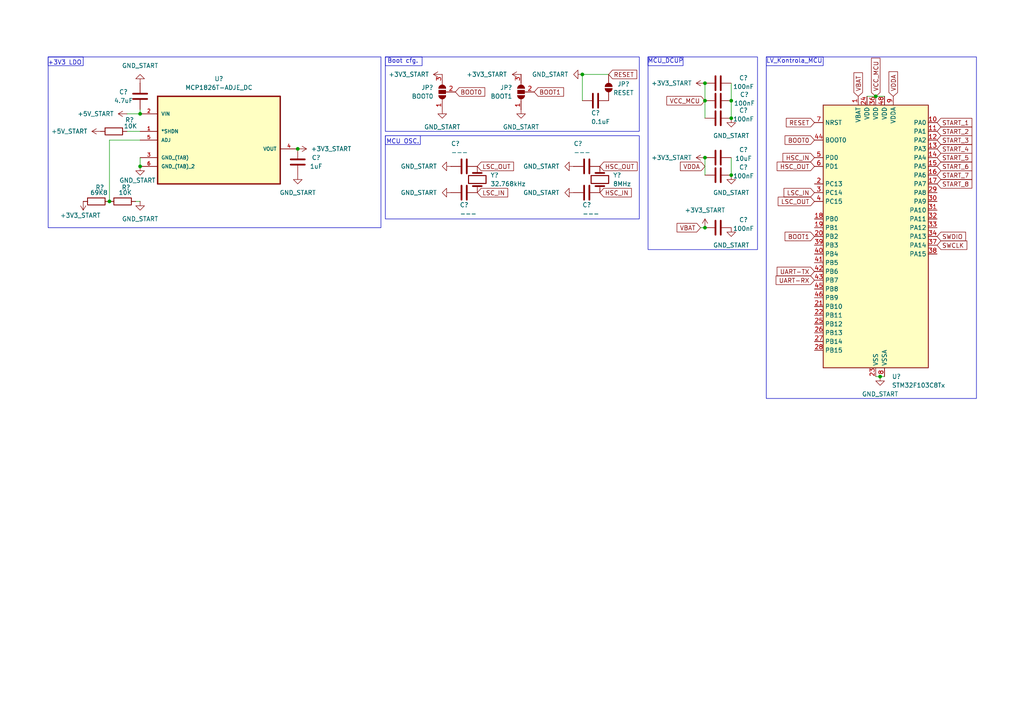
<source format=kicad_sch>
(kicad_sch (version 20250114) (generator "eeschema") (generator_version "9.0")
  (paper "A4")
  (title_block (title "LV_Kontrola_Main") (rev "1.00A") (company "\"Black Hornets\" Formula Student team") (comment 1 "Authors: Dusan Novkovic; Nikola Popovic") (comment 2 "Subteam: Low Voltage team"))
  (lib_symbols
    (symbol "Device:C" (pin_numbers (hide yes)) (pin_names (offset 0.254))
      (property "Reference" "C" (at 0.635 2.54 0))
      (property "Value" "C" (at 0.635 -2.54 0))
      (symbol "C_0_1"
        (polyline (pts (xy -2.032 0.762) (xy 2.032 0.762)) (stroke (width 0.508)))
        (polyline (pts (xy -2.032 -0.762) (xy 2.032 -0.762)) (stroke (width 0.508)))
      )
      (symbol "C_1_1"
        (pin passive line (at 0 3.81 270) (length 2.794) (name "~") (number "1"))
        (pin passive line (at 0 -3.81 90) (length 2.794) (name "~") (number "2"))
      )
    )
    (symbol "Device:Crystal" (pin_numbers (hide yes)) (pin_names (offset 1.016) (hide yes))
      (property "Reference" "Y" (at 0 3.81 0))
      (property "Value" "Crystal" (at 0 -3.81 0))
      (symbol "Crystal_0_1"
        (polyline (pts (xy -2.54 0) (xy -1.905 0)))
        (polyline (pts (xy -1.905 -1.27) (xy -1.905 1.27)) (stroke (width 0.508)))
        (rectangle (start -1.143 2.54) (end 1.143 -2.54) (stroke (width 0.3048)))
        (polyline (pts (xy 1.905 -1.27) (xy 1.905 1.27)) (stroke (width 0.508)))
        (polyline (pts (xy 2.54 0) (xy 1.905 0)))
      )
      (symbol "Crystal_1_1"
        (pin passive line (at -3.81 0 0) (length 1.27) (name "1") (number "1"))
        (pin passive line (at 3.81 0 180) (length 1.27) (name "2") (number "2"))
      )
    )
    (symbol "Device:R" (pin_numbers (hide yes)) (pin_names (offset 0))
      (property "Reference" "R" (at 2.032 0 90))
      (property "Value" "R" (at 0 0 90))
      (symbol "R_0_1"
        (rectangle (start -1.016 -2.54) (end 1.016 2.54) (stroke (width 0.254)))
      )
      (symbol "R_1_1"
        (pin passive line (at 0 3.81 270) (length 1.27) (name "~") (number "1"))
        (pin passive line (at 0 -3.81 90) (length 1.27) (name "~") (number "2"))
      )
    )
    (symbol "Jumper:SolderJumper_2_Open" (pin_numbers (hide yes)) (pin_names (offset 0) (hide yes)) (in_bom no)
      (property "Reference" "JP" (at 0 2.032 0))
      (property "Value" "SolderJumper_2_Open" (at 0 -2.54 0))
      (symbol "SolderJumper_2_Open_0_1"
        (polyline (pts (xy -0.254 1.016) (xy -0.254 -1.016)))
        (arc (start -0.254 -1.016) (mid -1.2656 0) (end -0.254 1.016))
        (arc (start -0.254 -1.016) (mid -1.2656 0) (end -0.254 1.016) (fill (type outline)))
        (arc (start 0.254 1.016) (mid 1.2656 0) (end 0.254 -1.016))
        (arc (start 0.254 1.016) (mid 1.2656 0) (end 0.254 -1.016) (fill (type outline)))
        (polyline (pts (xy 0.254 1.016) (xy 0.254 -1.016)))
      )
      (symbol "SolderJumper_2_Open_1_1"
        (pin passive line (at -3.81 0 0) (length 2.54) (name "A") (number "1"))
        (pin passive line (at 3.81 0 180) (length 2.54) (name "B") (number "2"))
      )
    )
    (symbol "Jumper:SolderJumper_3_Open" (pin_names (offset 0) (hide yes)) (in_bom no)
      (property "Reference" "JP" (at -2.54 -2.54 0))
      (property "Value" "SolderJumper_3_Open" (at 0 2.794 0))
      (symbol "SolderJumper_3_Open_0_1"
        (polyline (pts (xy -2.54 0) (xy -2.032 0)))
        (polyline (pts (xy -1.016 1.016) (xy -1.016 -1.016)))
        (arc (start -1.016 -1.016) (mid -2.0276 0) (end -1.016 1.016))
        (arc (start -1.016 -1.016) (mid -2.0276 0) (end -1.016 1.016) (fill (type outline)))
        (rectangle (start -0.508 1.016) (end 0.508 -1.016) (fill (type outline)))
        (polyline (pts (xy 0 -1.27) (xy 0 -1.016)))
        (arc (start 1.016 1.016) (mid 2.0276 0) (end 1.016 -1.016))
        (arc (start 1.016 1.016) (mid 2.0276 0) (end 1.016 -1.016) (fill (type outline)))
        (polyline (pts (xy 1.016 1.016) (xy 1.016 -1.016)))
        (polyline (pts (xy 2.54 0) (xy 2.032 0)))
      )
      (symbol "SolderJumper_3_Open_1_1"
        (pin passive line (at -5.08 0 0) (length 2.54) (name "A") (number "1"))
        (pin passive line (at 0 -3.81 90) (length 2.54) (name "C") (number "2"))
        (pin passive line (at 5.08 0 180) (length 2.54) (name "B") (number "3"))
      )
    )
    (symbol "MCP1826T-ADJE_DC:MCP1826T-ADJE_DC" (pin_names (offset 1.016))
      (property "Reference" "U" (at -4.7244 11.2776 0))
      (property "Value" "MCP1826T-ADJE_DC" (at -6.6802 -17.7292 0))
      (symbol "MCP1826T-ADJE_DC_0_0"
        (rectangle (start -17.78 -15.24) (end 17.78 10.16) (stroke (width 0.4064)) (fill (type background)))
        (pin input line (at -22.86 5.08 0) (length 5.08) (name "VIN") (number "2"))
        (pin input line (at -22.86 0 0) (length 5.08) (name "*SHDN") (number "1"))
        (pin input line (at -22.86 -2.54 0) (length 5.08) (name "ADJ") (number "5"))
        (pin passive line (at -22.86 -7.62 0) (length 5.08) (name "GND_(TAB)") (number "3"))
        (pin passive line (at -22.86 -10.16 0) (length 5.08) (name "GND_(TAB)_2") (number "6"))
        (pin output line (at 22.86 -5.08 180) (length 5.08) (name "VOUT") (number "4"))
      )
    )
    (symbol "MCU_ST_STM32F1:STM32F103C8Tx"
      (property "Reference" "U" (at -15.24 39.37 0))
      (property "Value" "STM32F103C8Tx" (at 7.62 39.37 0))
      (symbol "STM32F103C8Tx_0_1"
        (rectangle (start -15.24 -38.1) (end 15.24 38.1) (stroke (width 0.254)) (fill (type background)))
      )
      (symbol "STM32F103C8Tx_1_1"
        (pin input line (at -17.78 33.02 0) (length 2.54) (name "NRST") (number "7"))
        (pin input line (at -17.78 27.94 0) (length 2.54) (name "BOOT0") (number "44"))
        (pin bidirectional line (at -17.78 22.86 0) (length 2.54) (name "PD0") (number "5"))
        (pin bidirectional line (at -17.78 20.32 0) (length 2.54) (name "PD1") (number "6"))
        (pin bidirectional line (at -17.78 15.24 0) (length 2.54) (name "PC13") (number "2"))
        (pin bidirectional line (at -17.78 12.7 0) (length 2.54) (name "PC14") (number "3"))
        (pin bidirectional line (at -17.78 10.16 0) (length 2.54) (name "PC15") (number "4"))
        (pin bidirectional line (at -17.78 5.08 0) (length 2.54) (name "PB0") (number "18"))
        (pin bidirectional line (at -17.78 2.54 0) (length 2.54) (name "PB1") (number "19"))
        (pin bidirectional line (at -17.78 0 0) (length 2.54) (name "PB2") (number "20"))
        (pin bidirectional line (at -17.78 -2.54 0) (length 2.54) (name "PB3") (number "39"))
        (pin bidirectional line (at -17.78 -5.08 0) (length 2.54) (name "PB4") (number "40"))
        (pin bidirectional line (at -17.78 -7.62 0) (length 2.54) (name "PB5") (number "41"))
        (pin bidirectional line (at -17.78 -10.16 0) (length 2.54) (name "PB6") (number "42"))
        (pin bidirectional line (at -17.78 -12.7 0) (length 2.54) (name "PB7") (number "43"))
        (pin bidirectional line (at -17.78 -15.24 0) (length 2.54) (name "PB8") (number "45"))
        (pin bidirectional line (at -17.78 -17.78 0) (length 2.54) (name "PB9") (number "46"))
        (pin bidirectional line (at -17.78 -20.32 0) (length 2.54) (name "PB10") (number "21"))
        (pin bidirectional line (at -17.78 -22.86 0) (length 2.54) (name "PB11") (number "22"))
        (pin bidirectional line (at -17.78 -25.4 0) (length 2.54) (name "PB12") (number "25"))
        (pin bidirectional line (at -17.78 -27.94 0) (length 2.54) (name "PB13") (number "26"))
        (pin bidirectional line (at -17.78 -30.48 0) (length 2.54) (name "PB14") (number "27"))
        (pin bidirectional line (at -17.78 -33.02 0) (length 2.54) (name "PB15") (number "28"))
        (pin power_in line (at -5.08 40.64 270) (length 2.54) (name "VBAT") (number "1"))
        (pin power_in line (at -2.54 40.64 270) (length 2.54) (name "VDD") (number "24"))
        (pin power_in line (at 0 40.64 270) (length 2.54) (name "VDD") (number "36"))
        (pin power_in line (at 0 -40.64 90) (length 2.54) (name "VSS") (number "23"))
        (pin passive line (at 0 -40.64 90) (length 2.54) (hide yes) (name "VSS") (number "35"))
        (pin passive line (at 0 -40.64 90) (length 2.54) (hide yes) (name "VSS") (number "47"))
        (pin power_in line (at 2.54 40.64 270) (length 2.54) (name "VDD") (number "48"))
        (pin power_in line (at 2.54 -40.64 90) (length 2.54) (name "VSSA") (number "8"))
        (pin power_in line (at 5.08 40.64 270) (length 2.54) (name "VDDA") (number "9"))
        (pin bidirectional line (at 17.78 33.02 180) (length 2.54) (name "PA0") (number "10"))
        (pin bidirectional line (at 17.78 30.48 180) (length 2.54) (name "PA1") (number "11"))
        (pin bidirectional line (at 17.78 27.94 180) (length 2.54) (name "PA2") (number "12"))
        (pin bidirectional line (at 17.78 25.4 180) (length 2.54) (name "PA3") (number "13"))
        (pin bidirectional line (at 17.78 22.86 180) (length 2.54) (name "PA4") (number "14"))
        (pin bidirectional line (at 17.78 20.32 180) (length 2.54) (name "PA5") (number "15"))
        (pin bidirectional line (at 17.78 17.78 180) (length 2.54) (name "PA6") (number "16"))
        (pin bidirectional line (at 17.78 15.24 180) (length 2.54) (name "PA7") (number "17"))
        (pin bidirectional line (at 17.78 12.7 180) (length 2.54) (name "PA8") (number "29"))
        (pin bidirectional line (at 17.78 10.16 180) (length 2.54) (name "PA9") (number "30"))
        (pin bidirectional line (at 17.78 7.62 180) (length 2.54) (name "PA10") (number "31"))
        (pin bidirectional line (at 17.78 5.08 180) (length 2.54) (name "PA11") (number "32"))
        (pin bidirectional line (at 17.78 2.54 180) (length 2.54) (name "PA12") (number "33"))
        (pin bidirectional line (at 17.78 0 180) (length 2.54) (name "PA13") (number "34"))
        (pin bidirectional line (at 17.78 -2.54 180) (length 2.54) (name "PA14") (number "37"))
        (pin bidirectional line (at 17.78 -5.08 180) (length 2.54) (name "PA15") (number "38"))
      )
    )
    (symbol "power:+3V3" (power) (pin_numbers (hide yes)) (pin_names (offset 0) (hide yes))
      (property "Value" "+3V3" (at 0 3.556 0))
      (symbol "+3V3_0_1"
        (polyline (pts (xy -0.762 1.27) (xy 0 2.54)))
        (polyline (pts (xy 0 2.54) (xy 0.762 1.27)))
        (polyline (pts (xy 0 0) (xy 0 2.54)))
      )
      (symbol "+3V3_1_1"
        (pin power_in line (at 0 0 90) (length 0) (name "~") (number "1"))
      )
    )
    (symbol "power:+5V" (power) (pin_numbers (hide yes)) (pin_names (offset 0) (hide yes))
      (property "Value" "+5V" (at 0 3.556 0))
      (symbol "+5V_0_1"
        (polyline (pts (xy -0.762 1.27) (xy 0 2.54)))
        (polyline (pts (xy 0 2.54) (xy 0.762 1.27)))
        (polyline (pts (xy 0 0) (xy 0 2.54)))
      )
      (symbol "+5V_1_1"
        (pin power_in line (at 0 0 90) (length 0) (name "~") (number "1"))
      )
    )
    (symbol "power:GND" (power) (pin_numbers (hide yes)) (pin_names (offset 0) (hide yes))
      (property "Value" "GND" (at 0 -3.81 0))
      (symbol "GND_0_1"
        (polyline (pts (xy 0 0) (xy 0 -1.27) (xy 1.27 -1.27) (xy 0 -2.54) (xy -1.27 -1.27) (xy 0 -1.27)))
      )
      (symbol "GND_1_1"
        (pin power_in line (at 0 0 270) (length 0) (name "~") (number "1"))
      )
    )
  )
  (rectangle (start 111.76 39.37) (end 185.42 63.5))
  (rectangle (start 222.25 16.51) (end 283.21 115.57))
  (rectangle (start 13.97 16.51) (end 24.13 19.05))
  (rectangle (start 222.25 16.51) (end 238.76 19.05))
  (rectangle (start 187.96 16.51) (end 198.12 19.05))
  (rectangle (start 111.76 16.51) (end 122.428 19.05))
  (rectangle (start 13.97 16.51) (end 110.49 66.04))
  (rectangle (start 111.76 16.51) (end 185.42 38.1))
  (rectangle (start 187.96 16.51) (end 219.71 72.39))
  (rectangle (start 111.76 39.37) (end 121.92 41.91))
  (text "Boot cfg." (at 116.84 17.78 0) (effects (font (size 1.27 1.27))))
  (text "LV_Kontrola_MCU" (at 230.378 17.78 0) (effects (font (size 1.27 1.27))))
  (text "MCU OSC." (at 116.84 41.148 0) (effects (font (size 1.27 1.27))))
  (text "MCU_DCUP" (at 193.04 17.78 0) (effects (font (size 1.27 1.27))))
  (text "+3V3 LDO" (at 18.796 18.288 0) (effects (font (size 1.27 1.27))))
  (junction (at 204.47 29.21))
  (junction (at 168.91 21.59))
  (junction (at 204.47 45.72))
  (junction (at 204.47 24.13))
  (junction (at 40.64 33.02))
  (junction (at 212.09 34.29))
  (junction (at 204.47 66.04))
  (junction (at 255.27 109.22))
  (junction (at 212.09 29.21))
  (junction (at 40.64 48.26))
  (junction (at 254 27.94))
  (junction (at 86.36 43.18))
  (junction (at 31.75 58.42))
  (junction (at 212.09 50.8))
  (wire (pts (xy 255.27 109.22) (xy 256.54 109.22)))
  (wire (pts (xy 212.09 29.21) (xy 212.09 34.29)))
  (wire (pts (xy 251.46 27.94) (xy 254 27.94)))
  (wire (pts (xy 203.2 66.04) (xy 204.47 66.04)))
  (wire (pts (xy 254 27.94) (xy 256.54 27.94)))
  (wire (pts (xy 40.64 45.72) (xy 40.64 48.26)))
  (wire (pts (xy 40.64 58.42) (xy 39.37 58.42)))
  (wire (pts (xy 168.91 21.59) (xy 168.91 29.21)))
  (wire (pts (xy 40.64 40.64) (xy 31.75 40.64)))
  (wire (pts (xy 212.09 45.72) (xy 212.09 50.8)))
  (wire (pts (xy 212.09 24.13) (xy 212.09 29.21)))
  (wire (pts (xy 168.91 21.59) (xy 176.53 21.59)))
  (wire (pts (xy 204.47 29.21) (xy 204.47 34.29)))
  (wire (pts (xy 31.75 40.64) (xy 31.75 58.42)))
  (wire (pts (xy 254 109.22) (xy 255.27 109.22)))
  (wire (pts (xy 204.47 45.72) (xy 204.47 50.8)))
  (wire (pts (xy 36.83 38.1) (xy 40.64 38.1)))
  (wire (pts (xy 204.47 24.13) (xy 204.47 29.21)))
  (wire (pts (xy 36.83 33.02) (xy 40.64 33.02)))
  (wire (pts (xy 40.64 31.75) (xy 40.64 33.02)))
  (global_label "BOOT0" (shape input) (at 132.08 26.67 0) (property "Intersheetrefs" "${INTERSHEET_REFS}" (effects (hide yes))))
  (global_label "START_8" (shape input) (at 271.78 53.34 0) (property "Intersheetrefs" "${INTERSHEET_REFS}" (effects (hide yes))))
  (global_label "START_6" (shape input) (at 271.78 48.26 0) (property "Intersheetrefs" "${INTERSHEET_REFS}" (effects (hide yes))))
  (global_label "RESET" (shape input) (at 176.53 21.59 0) (property "Intersheetrefs" "${INTERSHEET_REFS}" (effects (hide yes))))
  (global_label "HSC_OUT" (shape input) (at 173.99 48.26 0) (property "Intersheetrefs" "${INTERSHEET_REFS}" (effects (hide yes))))
  (global_label "BOOT1" (shape input) (at 154.94 26.67 0) (property "Intersheetrefs" "${INTERSHEET_REFS}" (effects (hide yes))))
  (global_label "START_5" (shape input) (at 271.78 45.72 0) (property "Intersheetrefs" "${INTERSHEET_REFS}" (effects (hide yes))))
  (global_label "LSC_OUT" (shape input) (at 236.22 58.42 180) (property "Intersheetrefs" "${INTERSHEET_REFS}" (effects (hide yes))))
  (global_label "START_7" (shape input) (at 271.78 50.8 0) (property "Intersheetrefs" "${INTERSHEET_REFS}" (effects (hide yes))))
  (global_label "UART-RX" (shape input) (at 236.22 81.28 180) (property "Intersheetrefs" "${INTERSHEET_REFS}" (effects (hide yes))))
  (global_label "HSC_IN" (shape input) (at 173.99 55.88 0) (property "Intersheetrefs" "${INTERSHEET_REFS}" (effects (hide yes))))
  (global_label "START_4" (shape input) (at 271.78 43.18 0) (property "Intersheetrefs" "${INTERSHEET_REFS}" (effects (hide yes))))
  (global_label "UART-TX" (shape input) (at 236.22 78.74 180) (property "Intersheetrefs" "${INTERSHEET_REFS}" (effects (hide yes))))
  (global_label "START_1" (shape input) (at 271.78 35.56 0) (property "Intersheetrefs" "${INTERSHEET_REFS}" (effects (hide yes))))
  (global_label "START_2" (shape input) (at 271.78 38.1 0) (property "Intersheetrefs" "${INTERSHEET_REFS}" (effects (hide yes))))
  (global_label "LSC_IN" (shape input) (at 236.22 55.88 180) (property "Intersheetrefs" "${INTERSHEET_REFS}" (effects (hide yes))))
  (global_label "HSC_IN" (shape input) (at 236.22 45.72 180) (property "Intersheetrefs" "${INTERSHEET_REFS}" (effects (hide yes))))
  (global_label "BOOT1" (shape input) (at 236.22 68.58 180) (property "Intersheetrefs" "${INTERSHEET_REFS}" (effects (hide yes))))
  (global_label "LSC_OUT" (shape input) (at 138.43 48.26 0) (property "Intersheetrefs" "${INTERSHEET_REFS}" (effects (hide yes))))
  (global_label "SWCLK" (shape input) (at 271.78 71.12 0) (property "Intersheetrefs" "${INTERSHEET_REFS}" (effects (hide yes))))
  (global_label "SWDIO" (shape input) (at 271.78 68.58 0) (property "Intersheetrefs" "${INTERSHEET_REFS}" (effects (hide yes))))
  (global_label "VBAT" (shape input) (at 203.2 66.04 180) (property "Intersheetrefs" "${INTERSHEET_REFS}" (effects (hide yes))))
  (global_label "HSC_OUT" (shape input) (at 236.22 48.26 180) (property "Intersheetrefs" "${INTERSHEET_REFS}" (effects (hide yes))))
  (global_label "VDDA" (shape input) (at 204.47 48.26 180) (property "Intersheetrefs" "${INTERSHEET_REFS}" (effects (hide yes))))
  (global_label "VDDA" (shape input) (at 259.08 27.94 90) (property "Intersheetrefs" "${INTERSHEET_REFS}" (effects (hide yes))))
  (global_label "START_3" (shape input) (at 271.78 40.64 0) (property "Intersheetrefs" "${INTERSHEET_REFS}" (effects (hide yes))))
  (global_label "LSC_IN" (shape input) (at 138.43 55.88 0) (property "Intersheetrefs" "${INTERSHEET_REFS}" (effects (hide yes))))
  (global_label "RESET" (shape input) (at 236.22 35.56 180) (property "Intersheetrefs" "${INTERSHEET_REFS}" (effects (hide yes))))
  (global_label "VCC_MCU" (shape input) (at 254 27.94 90) (property "Intersheetrefs" "${INTERSHEET_REFS}" (effects (hide yes))))
  (global_label "VCC_MCU" (shape input) (at 204.47 29.21 180) (property "Intersheetrefs" "${INTERSHEET_REFS}" (effects (hide yes))))
  (global_label "BOOT0" (shape input) (at 236.22 40.64 180) (property "Intersheetrefs" "${INTERSHEET_REFS}" (effects (hide yes))))
  (global_label "VBAT" (shape input) (at 248.92 27.94 90) (property "Intersheetrefs" "${INTERSHEET_REFS}" (effects (hide yes))))
  (symbol (lib_id "Device:R") (at 33.02 38.1 90) (unit 1)
    (property "Reference" "R?" (at 37.592 34.798 90))
    (property "Value" "10K" (at 37.846 36.576 90))
    (property "Description" "Resistor" (effects (hide yes)))
  )
  (symbol (lib_id "power:+3V3") (at 204.47 66.04 0) (unit 1)
    (property "Reference" "#PWR?" (effects (hide yes)))
    (property "Value" "+3V3_START" (at 204.47 60.96 0))
    (property "Description" "Power symbol creates a global label with name \"+3V3\"" (effects (hide yes)))
  )
  (symbol (lib_id "power:GND") (at 128.27 31.75 0) (unit 1)
    (property "Reference" "#PWR?" (effects (hide yes)))
    (property "Value" "GND_START" (at 128.27 36.83 0))
    (property "Description" "Power symbol creates a global label with name \"GND\" , ground" (effects (hide yes)))
  )
  (symbol (lib_id "Jumper:SolderJumper_3_Open") (at 151.13 26.67 90) (unit 1) (in_bom no)
    (property "Reference" "JP?" (at 148.59 25.3999 90) (effects (justify left)))
    (property "Value" "BOOT1" (at 148.59 27.9399 90) (effects (justify left)))
    (property "Description" "Solder Jumper, 3-pole, open" (effects (hide yes)))
  )
  (symbol (lib_id "Jumper:SolderJumper_3_Open") (at 128.27 26.67 90) (unit 1) (in_bom no)
    (property "Reference" "JP?" (at 125.73 25.3999 90) (effects (justify left)))
    (property "Value" "BOOT0" (at 125.73 27.9399 90) (effects (justify left)))
    (property "Description" "Solder Jumper, 3-pole, open" (effects (hide yes)))
  )
  (symbol (lib_id "power:+3V3") (at 86.36 43.18 270) (unit 1)
    (property "Reference" "#PWR?" (effects (hide yes)))
    (property "Value" "+3V3_START" (at 90.17 43.1801 90) (effects (justify left)))
    (property "Description" "Power symbol creates a global label with name \"+3V3\"" (effects (hide yes)))
  )
  (symbol (lib_id "Device:C") (at 134.62 48.26 90) (unit 1)
    (property "Reference" "C?" (at 130.81 41.656 90) (effects (justify right)))
    (property "Value" "---" (at 130.81 44.196 90) (effects (justify right)))
    (property "Description" "Unpolarized capacitor" (effects (hide yes)))
  )
  (symbol (lib_id "power:GND") (at 212.09 50.8 0) (unit 1)
    (property "Reference" "#PWR?" (effects (hide yes)))
    (property "Value" "GND_START" (at 212.09 55.88 0))
    (property "Description" "Power symbol creates a global label with name \"GND\" , ground" (effects (hide yes)))
  )
  (symbol (lib_id "power:+3V3") (at 128.27 21.59 90) (unit 1)
    (property "Reference" "#PWR?" (effects (hide yes)))
    (property "Value" "+3V3_START" (at 124.46 21.5899 90) (effects (justify left)))
    (property "Description" "Power symbol creates a global label with name \"+3V3\"" (effects (hide yes)))
  )
  (symbol (lib_id "power:GND") (at 40.64 58.42 0) (unit 1)
    (property "Reference" "#PWR?" (effects (hide yes)))
    (property "Value" "GND_START" (at 40.64 63.5 0))
    (property "Description" "Power symbol creates a global label with name \"GND\" , ground" (effects (hide yes)))
  )
  (symbol (lib_id "power:GND") (at 212.09 34.29 0) (unit 1)
    (property "Reference" "#PWR?" (effects (hide yes)))
    (property "Value" "GND_START" (at 212.09 39.37 0))
    (property "Description" "Power symbol creates a global label with name \"GND\" , ground" (effects (hide yes)))
  )
  (symbol (lib_id "Device:C") (at 208.28 34.29 90) (unit 1)
    (property "Reference" "C?" (at 215.646 32.004 90))
    (property "Value" "100nF" (at 215.646 34.544 90))
    (property "Description" "Unpolarized capacitor" (effects (hide yes)))
  )
  (symbol (lib_id "Device:C") (at 40.64 27.94 0) (unit 1)
    (property "Reference" "C?" (at 35.814 26.67 0))
    (property "Value" "4.7uF" (at 35.814 29.21 0))
    (property "Description" "Unpolarized capacitor" (effects (hide yes)))
  )
  (symbol (lib_id "Device:Crystal") (at 138.43 52.07 90) (unit 1)
    (property "Reference" "Y?" (at 142.24 50.7999 90) (effects (justify right)))
    (property "Value" "32.768kHz" (at 142.24 53.3399 90) (effects (justify right)))
    (property "Description" "Two pin crystal" (effects (hide yes)))
  )
  (symbol (lib_id "power:+5V") (at 36.83 33.02 90) (unit 1)
    (property "Reference" "#PWR?" (effects (hide yes)))
    (property "Value" "+5V_START" (at 33.02 33.0199 90) (effects (justify left)))
    (property "Description" "Power symbol creates a global label with name \"+5V\"" (effects (hide yes)))
  )
  (symbol (lib_id "power:+5V") (at 29.21 38.1 90) (unit 1)
    (property "Reference" "#PWR?" (effects (hide yes)))
    (property "Value" "+5V_START" (at 25.4 38.0999 90) (effects (justify left)))
    (property "Description" "Power symbol creates a global label with name \"+5V\"" (effects (hide yes)))
  )
  (symbol (lib_id "power:GND") (at 40.64 24.13 180) (unit 1)
    (property "Reference" "#PWR?" (effects (hide yes)))
    (property "Value" "GND_START" (at 40.64 19.05 0))
    (property "Description" "Power symbol creates a global label with name \"GND\" , ground" (effects (hide yes)))
  )
  (symbol (lib_id "Device:R") (at 35.56 58.42 270) (unit 1)
    (property "Reference" "R?" (at 28.956 54.356 90))
    (property "Value" "69K8" (at 28.702 55.88 90))
    (property "Description" "Resistor" (effects (hide yes)))
  )
  (symbol (lib_id "power:GND") (at 151.13 31.75 0) (unit 1)
    (property "Reference" "#PWR?" (effects (hide yes)))
    (property "Value" "GND_START" (at 151.13 36.83 0))
    (property "Description" "Power symbol creates a global label with name \"GND\" , ground" (effects (hide yes)))
  )
  (symbol (lib_id "power:GND") (at 130.81 55.88 270) (unit 1)
    (property "Reference" "#PWR?" (effects (hide yes)))
    (property "Value" "GND_START" (at 126.746 55.88 90) (effects (justify right)))
    (property "Description" "Power symbol creates a global label with name \"GND\" , ground" (effects (hide yes)))
  )
  (symbol (lib_id "Device:C") (at 170.18 55.88 270) (unit 1)
    (property "Reference" "C?" (at 168.91 59.436 90) (effects (justify left)))
    (property "Value" "---" (at 168.91 61.976 90) (effects (justify left)))
    (property "Description" "Unpolarized capacitor" (effects (hide yes)))
  )
  (symbol (lib_id "Device:C") (at 208.28 66.04 90) (unit 1)
    (property "Reference" "C?" (at 215.646 63.754 90))
    (property "Value" "100nF" (at 215.646 66.294 90))
    (property "Description" "Unpolarized capacitor" (effects (hide yes)))
  )
  (symbol (lib_id "Device:C") (at 208.28 29.21 90) (unit 1)
    (property "Reference" "C?" (at 215.9 27.432 90))
    (property "Value" "100nF" (at 215.9 29.972 90))
    (property "Description" "Unpolarized capacitor" (effects (hide yes)))
  )
  (symbol (lib_id "Device:C") (at 208.28 50.8 90) (unit 1)
    (property "Reference" "C?" (at 215.646 48.514 90))
    (property "Value" "100nF" (at 215.646 51.054 90))
    (property "Description" "Unpolarized capacitor" (effects (hide yes)))
  )
  (symbol (lib_id "Device:C") (at 208.28 24.13 90) (unit 1)
    (property "Reference" "C?" (at 215.646 22.606 90))
    (property "Value" "100nF" (at 215.646 25.146 90))
    (property "Description" "Unpolarized capacitor" (effects (hide yes)))
  )
  (symbol (lib_id "power:+3V3") (at 204.47 24.13 90) (unit 1)
    (property "Reference" "#PWR?" (effects (hide yes)))
    (property "Value" "+3V3_START" (at 200.66 24.1299 90) (effects (justify left)))
    (property "Description" "Power symbol creates a global label with name \"+3V3\"" (effects (hide yes)))
  )
  (symbol (lib_id "Jumper:SolderJumper_2_Open") (at 176.53 25.4 270) (unit 1) (in_bom no)
    (property "Reference" "JP?" (at 180.848 24.384 90))
    (property "Value" "RESET" (at 180.848 26.924 90))
    (property "Description" "Solder Jumper, 2-pole, open" (effects (hide yes)))
  )
  (symbol (lib_id "Device:C") (at 134.62 55.88 270) (unit 1)
    (property "Reference" "C?" (at 133.35 59.436 90) (effects (justify left)))
    (property "Value" "---" (at 133.35 61.976 90) (effects (justify left)))
    (property "Description" "Unpolarized capacitor" (effects (hide yes)))
  )
  (symbol (lib_id "MCP1826T-ADJE_DC:MCP1826T-ADJE_DC") (at 63.5 38.1 0) (unit 1)
    (property "Reference" "U?" (at 63.5 22.86 0))
    (property "Value" "MCP1826T-ADJE_DC" (at 63.5 25.4 0))
    (property "Footprint" "MCP1826T-ADJE_DC:SOT230P700X180-6N" (effects (hide yes)))
    (property "MF" "Microchip" (effects (hide yes)))
    (property "Description_1" "IC,LINEAR REGULATOR;MAX. INPUT,6V;OUTPUT,V;1000MA;ACCURACY,0.5%;SOT223-5 | Microchip Technology Inc. MCP1826T-ADJE/DC" (effects (hide yes)))
    (property "PACKAGE" "SOT223-5" (effects (hide yes)))
    (property "MPN" "MCP1826T-ADJE/DC" (effects (hide yes)))
    (property "Price" "None" (effects (hide yes)))
    (property "Package" "SOT-223-5 Microchip" (effects (hide yes)))
    (property "OC_FARNELL" "1578432" (effects (hide yes)))
    (property "SnapEDA_Link" "https://www.snapeda.com/parts/MCP1826T-ADJE/DC/Microchip+Technology/view-part/?ref=snap" (effects (hide yes)))
    (property "MP" "MCP1826T-ADJE/DC" (effects (hide yes)))
    (property "SUPPLIER" "Microchip" (effects (hide yes)))
    (property "OC_NEWARK" "08N6496" (effects (hide yes)))
    (property "Availability" "In Stock" (effects (hide yes)))
    (property "Check_prices" "https://www.snapeda.com/parts/MCP1826T-ADJE/DC/Microchip+Technology/view-part/?ref=eda" (effects (hide yes)))
  )
  (symbol (lib_id "power:GND") (at 86.36 50.8 0) (unit 1)
    (property "Reference" "#PWR?" (effects (hide yes)))
    (property "Value" "GND_START" (at 86.36 55.88 0))
    (property "Description" "Power symbol creates a global label with name \"GND\" , ground" (effects (hide yes)))
  )
  (symbol (lib_id "Device:C") (at 172.72 29.21 270) (unit 1)
    (property "Reference" "C?" (at 171.45 32.766 90) (effects (justify left)))
    (property "Value" "0.1uF" (at 171.45 35.306 90) (effects (justify left)))
    (property "Description" "Unpolarized capacitor" (effects (hide yes)))
  )
  (symbol (lib_id "Device:R") (at 27.94 58.42 270) (unit 1)
    (property "Reference" "R?" (at 36.576 54.356 90))
    (property "Value" "10K" (at 36.322 55.88 90))
    (property "Description" "Resistor" (effects (hide yes)))
  )
  (symbol (lib_id "power:+3V3") (at 151.13 21.59 90) (unit 1)
    (property "Reference" "#PWR?" (effects (hide yes)))
    (property "Value" "+3V3_START" (at 147.066 21.59 90) (effects (justify left)))
    (property "Description" "Power symbol creates a global label with name \"+3V3\"" (effects (hide yes)))
  )
  (symbol (lib_id "power:+3V3") (at 24.13 58.42 180) (unit 1)
    (property "Reference" "#PWR?" (effects (hide yes)))
    (property "Value" "+3V3_START" (at 29.21 62.484 0) (effects (justify left)))
    (property "Description" "Power symbol creates a global label with name \"+3V3\"" (effects (hide yes)))
  )
  (symbol (lib_id "power:GND") (at 166.37 55.88 270) (unit 1)
    (property "Reference" "#PWR?" (effects (hide yes)))
    (property "Value" "GND_START" (at 162.306 55.88 90) (effects (justify right)))
    (property "Description" "Power symbol creates a global label with name \"GND\" , ground" (effects (hide yes)))
  )
  (symbol (lib_id "power:GND") (at 255.27 109.22 0) (unit 1)
    (property "Reference" "#PWR?" (effects (hide yes)))
    (property "Value" "GND_START" (at 255.27 114.3 0))
    (property "Description" "Power symbol creates a global label with name \"GND\" , ground" (effects (hide yes)))
  )
  (symbol (lib_id "power:GND") (at 212.09 66.04 0) (unit 1)
    (property "Reference" "#PWR?" (effects (hide yes)))
    (property "Value" "GND_START" (at 212.09 71.12 0))
    (property "Description" "Power symbol creates a global label with name \"GND\" , ground" (effects (hide yes)))
  )
  (symbol (lib_id "MCU_ST_STM32F1:STM32F103C8Tx") (at 254 68.58 0) (unit 1)
    (property "Reference" "U?" (at 258.6833 109.22 0) (effects (justify left)))
    (property "Value" "STM32F103C8Tx" (at 258.6833 111.76 0) (effects (justify left)))
    (property "Footprint" "Package_QFP:LQFP-48_7x7mm_P0.5mm" (effects (hide yes)))
    (property "Datasheet" "https://www.st.com/resource/en/datasheet/stm32f103c8.pdf" (effects (hide yes)))
    (property "Description" "STMicroelectronics Arm Cortex-M3 MCU, 64KB flash, 20KB RAM, 72 MHz, 2.0-3.6V, 37 GPIO, LQFP48" (effects (hide yes)))
  )
  (symbol (lib_id "Device:C") (at 170.18 48.26 90) (unit 1)
    (property "Reference" "C?" (at 166.37 41.656 90) (effects (justify right)))
    (property "Value" "---" (at 166.37 44.196 90) (effects (justify right)))
    (property "Description" "Unpolarized capacitor" (effects (hide yes)))
  )
  (symbol (lib_id "power:+3V3") (at 204.47 45.72 90) (unit 1)
    (property "Reference" "#PWR?" (effects (hide yes)))
    (property "Value" "+3V3_START" (at 200.66 45.7199 90) (effects (justify left)))
    (property "Description" "Power symbol creates a global label with name \"+3V3\"" (effects (hide yes)))
  )
  (symbol (lib_id "Device:Crystal") (at 173.99 52.07 90) (unit 1)
    (property "Reference" "Y?" (at 177.8 50.7999 90) (effects (justify right)))
    (property "Value" "8MHz" (at 177.8 53.3399 90) (effects (justify right)))
    (property "Description" "Two pin crystal" (effects (hide yes)))
  )
  (symbol (lib_id "Device:C") (at 86.36 46.99 180) (unit 1)
    (property "Reference" "C?" (at 91.694 45.72 0))
    (property "Value" "1uF" (at 91.694 48.26 0))
    (property "Description" "Unpolarized capacitor" (effects (hide yes)))
  )
  (symbol (lib_id "power:GND") (at 40.64 48.26 0) (unit 1)
    (property "Reference" "#PWR?" (effects (hide yes)))
    (property "Value" "GND_START" (at 39.878 52.324 0))
    (property "Description" "Power symbol creates a global label with name \"GND\" , ground" (effects (hide yes)))
  )
  (symbol (lib_id "power:GND") (at 166.37 48.26 270) (unit 1)
    (property "Reference" "#PWR?" (effects (hide yes)))
    (property "Value" "GND_START" (at 162.306 48.26 90) (effects (justify right)))
    (property "Description" "Power symbol creates a global label with name \"GND\" , ground" (effects (hide yes)))
  )
  (symbol (lib_id "power:GND") (at 168.91 21.59 270) (unit 1)
    (property "Reference" "#PWR?" (effects (hide yes)))
    (property "Value" "GND_START" (at 164.846 21.59 90) (effects (justify right)))
    (property "Description" "Power symbol creates a global label with name \"GND\" , ground" (effects (hide yes)))
  )
  (symbol (lib_id "power:GND") (at 130.81 48.26 270) (unit 1)
    (property "Reference" "#PWR?" (effects (hide yes)))
    (property "Value" "GND_START" (at 126.746 48.26 90) (effects (justify right)))
    (property "Description" "Power symbol creates a global label with name \"GND\" , ground" (effects (hide yes)))
  )
  (symbol (lib_id "Device:C") (at 208.28 45.72 90) (unit 1)
    (property "Reference" "C?" (at 215.646 43.434 90))
    (property "Value" "10uF" (at 215.646 45.974 90))
    (property "Description" "Unpolarized capacitor" (effects (hide yes)))
  )
)
</source>
